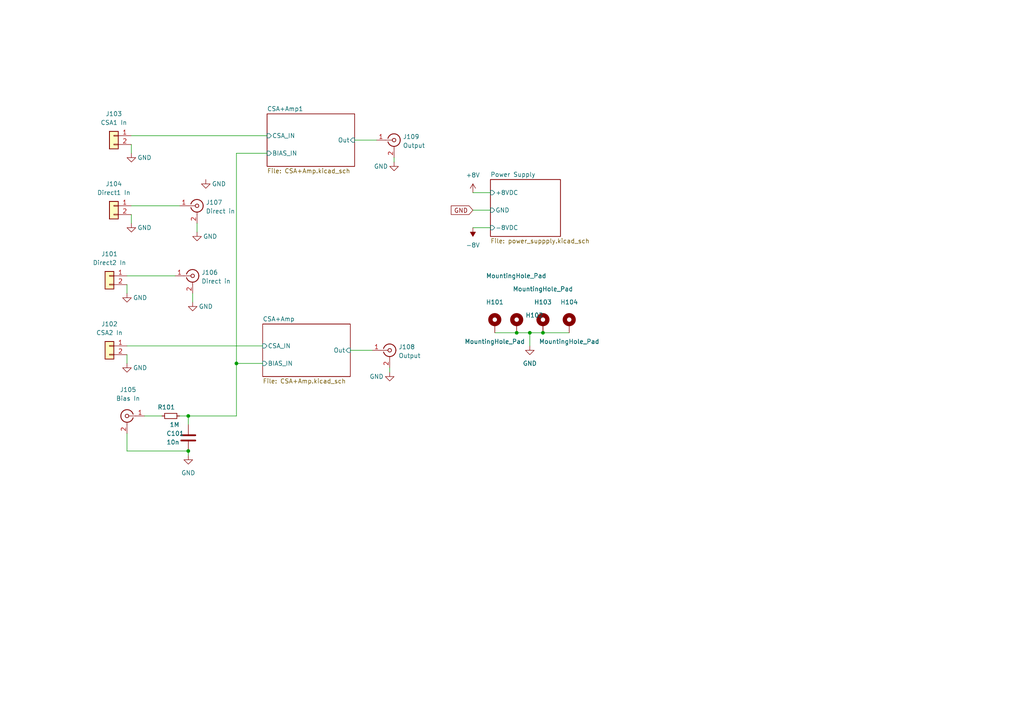
<source format=kicad_sch>
(kicad_sch (version 20230121) (generator eeschema)

  (uuid b85a0dc9-b5a8-4f61-a9c5-acbaf0f490da)

  (paper "A4")

  (lib_symbols
    (symbol "Connector:Conn_Coaxial" (pin_names (offset 1.016) hide) (in_bom yes) (on_board yes)
      (property "Reference" "J" (at 0.254 3.048 0)
        (effects (font (size 1.27 1.27)))
      )
      (property "Value" "Conn_Coaxial" (at 2.921 0 90)
        (effects (font (size 1.27 1.27)))
      )
      (property "Footprint" "" (at 0 0 0)
        (effects (font (size 1.27 1.27)) hide)
      )
      (property "Datasheet" " ~" (at 0 0 0)
        (effects (font (size 1.27 1.27)) hide)
      )
      (property "ki_keywords" "BNC SMA SMB SMC LEMO coaxial connector CINCH RCA" (at 0 0 0)
        (effects (font (size 1.27 1.27)) hide)
      )
      (property "ki_description" "coaxial connector (BNC, SMA, SMB, SMC, Cinch/RCA, LEMO, ...)" (at 0 0 0)
        (effects (font (size 1.27 1.27)) hide)
      )
      (property "ki_fp_filters" "*BNC* *SMA* *SMB* *SMC* *Cinch* *LEMO*" (at 0 0 0)
        (effects (font (size 1.27 1.27)) hide)
      )
      (symbol "Conn_Coaxial_0_1"
        (arc (start -1.778 -0.508) (mid 0.2311 -1.8066) (end 1.778 0)
          (stroke (width 0.254) (type default))
          (fill (type none))
        )
        (polyline
          (pts
            (xy -2.54 0)
            (xy -0.508 0)
          )
          (stroke (width 0) (type default))
          (fill (type none))
        )
        (polyline
          (pts
            (xy 0 -2.54)
            (xy 0 -1.778)
          )
          (stroke (width 0) (type default))
          (fill (type none))
        )
        (circle (center 0 0) (radius 0.508)
          (stroke (width 0.2032) (type default))
          (fill (type none))
        )
        (arc (start 1.778 0) (mid 0.2099 1.8101) (end -1.778 0.508)
          (stroke (width 0.254) (type default))
          (fill (type none))
        )
      )
      (symbol "Conn_Coaxial_1_1"
        (pin passive line (at -5.08 0 0) (length 2.54)
          (name "In" (effects (font (size 1.27 1.27))))
          (number "1" (effects (font (size 1.27 1.27))))
        )
        (pin passive line (at 0 -5.08 90) (length 2.54)
          (name "Ext" (effects (font (size 1.27 1.27))))
          (number "2" (effects (font (size 1.27 1.27))))
        )
      )
    )
    (symbol "Connector_Generic:Conn_01x02" (pin_names (offset 1.016) hide) (in_bom yes) (on_board yes)
      (property "Reference" "J" (at 0 2.54 0)
        (effects (font (size 1.27 1.27)))
      )
      (property "Value" "Conn_01x02" (at 0 -5.08 0)
        (effects (font (size 1.27 1.27)))
      )
      (property "Footprint" "" (at 0 0 0)
        (effects (font (size 1.27 1.27)) hide)
      )
      (property "Datasheet" "~" (at 0 0 0)
        (effects (font (size 1.27 1.27)) hide)
      )
      (property "ki_keywords" "connector" (at 0 0 0)
        (effects (font (size 1.27 1.27)) hide)
      )
      (property "ki_description" "Generic connector, single row, 01x02, script generated (kicad-library-utils/schlib/autogen/connector/)" (at 0 0 0)
        (effects (font (size 1.27 1.27)) hide)
      )
      (property "ki_fp_filters" "Connector*:*_1x??_*" (at 0 0 0)
        (effects (font (size 1.27 1.27)) hide)
      )
      (symbol "Conn_01x02_1_1"
        (rectangle (start -1.27 -2.413) (end 0 -2.667)
          (stroke (width 0.1524) (type default))
          (fill (type none))
        )
        (rectangle (start -1.27 0.127) (end 0 -0.127)
          (stroke (width 0.1524) (type default))
          (fill (type none))
        )
        (rectangle (start -1.27 1.27) (end 1.27 -3.81)
          (stroke (width 0.254) (type default))
          (fill (type background))
        )
        (pin passive line (at -5.08 0 0) (length 3.81)
          (name "Pin_1" (effects (font (size 1.27 1.27))))
          (number "1" (effects (font (size 1.27 1.27))))
        )
        (pin passive line (at -5.08 -2.54 0) (length 3.81)
          (name "Pin_2" (effects (font (size 1.27 1.27))))
          (number "2" (effects (font (size 1.27 1.27))))
        )
      )
    )
    (symbol "Device:C" (pin_numbers hide) (pin_names (offset 0.254)) (in_bom yes) (on_board yes)
      (property "Reference" "C" (at 0.635 2.54 0)
        (effects (font (size 1.27 1.27)) (justify left))
      )
      (property "Value" "C" (at 0.635 -2.54 0)
        (effects (font (size 1.27 1.27)) (justify left))
      )
      (property "Footprint" "" (at 0.9652 -3.81 0)
        (effects (font (size 1.27 1.27)) hide)
      )
      (property "Datasheet" "~" (at 0 0 0)
        (effects (font (size 1.27 1.27)) hide)
      )
      (property "ki_keywords" "cap capacitor" (at 0 0 0)
        (effects (font (size 1.27 1.27)) hide)
      )
      (property "ki_description" "Unpolarized capacitor" (at 0 0 0)
        (effects (font (size 1.27 1.27)) hide)
      )
      (property "ki_fp_filters" "C_*" (at 0 0 0)
        (effects (font (size 1.27 1.27)) hide)
      )
      (symbol "C_0_1"
        (polyline
          (pts
            (xy -2.032 -0.762)
            (xy 2.032 -0.762)
          )
          (stroke (width 0.508) (type default))
          (fill (type none))
        )
        (polyline
          (pts
            (xy -2.032 0.762)
            (xy 2.032 0.762)
          )
          (stroke (width 0.508) (type default))
          (fill (type none))
        )
      )
      (symbol "C_1_1"
        (pin passive line (at 0 3.81 270) (length 2.794)
          (name "~" (effects (font (size 1.27 1.27))))
          (number "1" (effects (font (size 1.27 1.27))))
        )
        (pin passive line (at 0 -3.81 90) (length 2.794)
          (name "~" (effects (font (size 1.27 1.27))))
          (number "2" (effects (font (size 1.27 1.27))))
        )
      )
    )
    (symbol "Device:R_Small" (pin_numbers hide) (pin_names (offset 0.254) hide) (in_bom yes) (on_board yes)
      (property "Reference" "R" (at 0.762 0.508 0)
        (effects (font (size 1.27 1.27)) (justify left))
      )
      (property "Value" "R_Small" (at 0.762 -1.016 0)
        (effects (font (size 1.27 1.27)) (justify left))
      )
      (property "Footprint" "" (at 0 0 0)
        (effects (font (size 1.27 1.27)) hide)
      )
      (property "Datasheet" "~" (at 0 0 0)
        (effects (font (size 1.27 1.27)) hide)
      )
      (property "ki_keywords" "R resistor" (at 0 0 0)
        (effects (font (size 1.27 1.27)) hide)
      )
      (property "ki_description" "Resistor, small symbol" (at 0 0 0)
        (effects (font (size 1.27 1.27)) hide)
      )
      (property "ki_fp_filters" "R_*" (at 0 0 0)
        (effects (font (size 1.27 1.27)) hide)
      )
      (symbol "R_Small_0_1"
        (rectangle (start -0.762 1.778) (end 0.762 -1.778)
          (stroke (width 0.2032) (type default))
          (fill (type none))
        )
      )
      (symbol "R_Small_1_1"
        (pin passive line (at 0 2.54 270) (length 0.762)
          (name "~" (effects (font (size 1.27 1.27))))
          (number "1" (effects (font (size 1.27 1.27))))
        )
        (pin passive line (at 0 -2.54 90) (length 0.762)
          (name "~" (effects (font (size 1.27 1.27))))
          (number "2" (effects (font (size 1.27 1.27))))
        )
      )
    )
    (symbol "Mechanical:MountingHole_Pad" (pin_numbers hide) (pin_names (offset 1.016) hide) (in_bom yes) (on_board yes)
      (property "Reference" "H" (at 0 6.35 0)
        (effects (font (size 1.27 1.27)))
      )
      (property "Value" "MountingHole_Pad" (at 0 4.445 0)
        (effects (font (size 1.27 1.27)))
      )
      (property "Footprint" "" (at 0 0 0)
        (effects (font (size 1.27 1.27)) hide)
      )
      (property "Datasheet" "~" (at 0 0 0)
        (effects (font (size 1.27 1.27)) hide)
      )
      (property "ki_keywords" "mounting hole" (at 0 0 0)
        (effects (font (size 1.27 1.27)) hide)
      )
      (property "ki_description" "Mounting Hole with connection" (at 0 0 0)
        (effects (font (size 1.27 1.27)) hide)
      )
      (property "ki_fp_filters" "MountingHole*Pad*" (at 0 0 0)
        (effects (font (size 1.27 1.27)) hide)
      )
      (symbol "MountingHole_Pad_0_1"
        (circle (center 0 1.27) (radius 1.27)
          (stroke (width 1.27) (type default))
          (fill (type none))
        )
      )
      (symbol "MountingHole_Pad_1_1"
        (pin input line (at 0 -2.54 90) (length 2.54)
          (name "1" (effects (font (size 1.27 1.27))))
          (number "1" (effects (font (size 1.27 1.27))))
        )
      )
    )
    (symbol "power:+8V" (power) (pin_names (offset 0)) (in_bom yes) (on_board yes)
      (property "Reference" "#PWR" (at 0 -3.81 0)
        (effects (font (size 1.27 1.27)) hide)
      )
      (property "Value" "+8V" (at 0 3.556 0)
        (effects (font (size 1.27 1.27)))
      )
      (property "Footprint" "" (at 0 0 0)
        (effects (font (size 1.27 1.27)) hide)
      )
      (property "Datasheet" "" (at 0 0 0)
        (effects (font (size 1.27 1.27)) hide)
      )
      (property "ki_keywords" "global power" (at 0 0 0)
        (effects (font (size 1.27 1.27)) hide)
      )
      (property "ki_description" "Power symbol creates a global label with name \"+8V\"" (at 0 0 0)
        (effects (font (size 1.27 1.27)) hide)
      )
      (symbol "+8V_0_1"
        (polyline
          (pts
            (xy -0.762 1.27)
            (xy 0 2.54)
          )
          (stroke (width 0) (type default))
          (fill (type none))
        )
        (polyline
          (pts
            (xy 0 0)
            (xy 0 2.54)
          )
          (stroke (width 0) (type default))
          (fill (type none))
        )
        (polyline
          (pts
            (xy 0 2.54)
            (xy 0.762 1.27)
          )
          (stroke (width 0) (type default))
          (fill (type none))
        )
      )
      (symbol "+8V_1_1"
        (pin power_in line (at 0 0 90) (length 0) hide
          (name "+8V" (effects (font (size 1.27 1.27))))
          (number "1" (effects (font (size 1.27 1.27))))
        )
      )
    )
    (symbol "power:-8V" (power) (pin_names (offset 0)) (in_bom yes) (on_board yes)
      (property "Reference" "#PWR" (at 0 2.54 0)
        (effects (font (size 1.27 1.27)) hide)
      )
      (property "Value" "-8V" (at 0 3.81 0)
        (effects (font (size 1.27 1.27)))
      )
      (property "Footprint" "" (at 0 0 0)
        (effects (font (size 1.27 1.27)) hide)
      )
      (property "Datasheet" "" (at 0 0 0)
        (effects (font (size 1.27 1.27)) hide)
      )
      (property "ki_keywords" "global power" (at 0 0 0)
        (effects (font (size 1.27 1.27)) hide)
      )
      (property "ki_description" "Power symbol creates a global label with name \"-8V\"" (at 0 0 0)
        (effects (font (size 1.27 1.27)) hide)
      )
      (symbol "-8V_0_0"
        (pin power_in line (at 0 0 90) (length 0) hide
          (name "-8V" (effects (font (size 1.27 1.27))))
          (number "1" (effects (font (size 1.27 1.27))))
        )
      )
      (symbol "-8V_0_1"
        (polyline
          (pts
            (xy 0 0)
            (xy 0 1.27)
            (xy 0.762 1.27)
            (xy 0 2.54)
            (xy -0.762 1.27)
            (xy 0 1.27)
          )
          (stroke (width 0) (type default))
          (fill (type outline))
        )
      )
    )
    (symbol "power:GND" (power) (pin_names (offset 0)) (in_bom yes) (on_board yes)
      (property "Reference" "#PWR" (at 0 -6.35 0)
        (effects (font (size 1.27 1.27)) hide)
      )
      (property "Value" "GND" (at 0 -3.81 0)
        (effects (font (size 1.27 1.27)))
      )
      (property "Footprint" "" (at 0 0 0)
        (effects (font (size 1.27 1.27)) hide)
      )
      (property "Datasheet" "" (at 0 0 0)
        (effects (font (size 1.27 1.27)) hide)
      )
      (property "ki_keywords" "global power" (at 0 0 0)
        (effects (font (size 1.27 1.27)) hide)
      )
      (property "ki_description" "Power symbol creates a global label with name \"GND\" , ground" (at 0 0 0)
        (effects (font (size 1.27 1.27)) hide)
      )
      (symbol "GND_0_1"
        (polyline
          (pts
            (xy 0 0)
            (xy 0 -1.27)
            (xy 1.27 -1.27)
            (xy 0 -2.54)
            (xy -1.27 -1.27)
            (xy 0 -1.27)
          )
          (stroke (width 0) (type default))
          (fill (type none))
        )
      )
      (symbol "GND_1_1"
        (pin power_in line (at 0 0 270) (length 0) hide
          (name "GND" (effects (font (size 1.27 1.27))))
          (number "1" (effects (font (size 1.27 1.27))))
        )
      )
    )
  )

  (junction (at 54.61 120.65) (diameter 0) (color 0 0 0 0)
    (uuid 4c904cce-334b-471d-aea7-a765090e9d80)
  )
  (junction (at 149.86 96.52) (diameter 0) (color 0 0 0 0)
    (uuid 64af1d39-f9be-4be2-af55-0b9238adca45)
  )
  (junction (at 68.58 105.41) (diameter 0) (color 0 0 0 0)
    (uuid 93fd6ffe-dde6-4819-a9b7-0a8333d9cb59)
  )
  (junction (at 153.67 96.52) (diameter 0) (color 0 0 0 0)
    (uuid 9f9d4181-0b29-4657-bf84-9fef6be4d2cc)
  )
  (junction (at 54.61 130.81) (diameter 0) (color 0 0 0 0)
    (uuid b8af28e1-3c00-42a7-aaad-6b9d59c6926f)
  )
  (junction (at 157.48 96.52) (diameter 0) (color 0 0 0 0)
    (uuid eb4a2710-e909-4179-a436-cb3d670acaa5)
  )

  (wire (pts (xy 143.51 96.52) (xy 149.86 96.52))
    (stroke (width 0) (type default))
    (uuid 142a1451-afd5-47b3-8499-dcfcc4235c61)
  )
  (wire (pts (xy 102.87 40.64) (xy 109.22 40.64))
    (stroke (width 0) (type default))
    (uuid 1af63587-5bbb-4c0c-ab17-09372181a860)
  )
  (wire (pts (xy 77.47 44.45) (xy 68.58 44.45))
    (stroke (width 0) (type default))
    (uuid 1d1098b3-3e45-4a1c-b27c-2a133856f5c0)
  )
  (wire (pts (xy 114.3 46.99) (xy 114.3 45.72))
    (stroke (width 0) (type default))
    (uuid 1eb34185-94bb-4ab8-ae01-c662f3922e7b)
  )
  (wire (pts (xy 137.16 60.96) (xy 142.24 60.96))
    (stroke (width 0) (type default))
    (uuid 24ea12fb-209a-4b40-ab86-8cee67ff2617)
  )
  (wire (pts (xy 149.86 96.52) (xy 153.67 96.52))
    (stroke (width 0) (type default))
    (uuid 3b6e8ab2-a5d8-4110-b2bb-08a699f51121)
  )
  (wire (pts (xy 41.91 120.65) (xy 46.99 120.65))
    (stroke (width 0) (type default))
    (uuid 3bb7c88b-da89-4908-a2bd-1fc6b47689ed)
  )
  (wire (pts (xy 137.16 55.88) (xy 142.24 55.88))
    (stroke (width 0) (type default))
    (uuid 4d7c5e79-b008-4458-adda-0fdb57f36dd6)
  )
  (wire (pts (xy 38.1 39.37) (xy 77.47 39.37))
    (stroke (width 0) (type default))
    (uuid 4df539f3-2978-4095-a330-cdc9ae454fa6)
  )
  (wire (pts (xy 36.83 82.55) (xy 36.83 85.09))
    (stroke (width 0) (type default))
    (uuid 53d06069-5fb3-4f5f-82f3-f6c7956eae42)
  )
  (wire (pts (xy 54.61 123.19) (xy 54.61 120.65))
    (stroke (width 0) (type default))
    (uuid 53d10630-b0da-4b88-a88e-3c5eb94291d9)
  )
  (wire (pts (xy 54.61 130.81) (xy 54.61 132.08))
    (stroke (width 0) (type default))
    (uuid 57017e15-5d3e-4bbf-b708-71a13f78eae8)
  )
  (wire (pts (xy 68.58 44.45) (xy 68.58 105.41))
    (stroke (width 0) (type default))
    (uuid 5a4ebf1c-bcbc-4a3e-8edf-b3b4cbdaf8bd)
  )
  (wire (pts (xy 36.83 100.33) (xy 76.2 100.33))
    (stroke (width 0) (type default))
    (uuid 5cf41d24-7d58-4213-b542-cef582511072)
  )
  (wire (pts (xy 38.1 62.23) (xy 38.1 64.77))
    (stroke (width 0) (type default))
    (uuid 5ea0280c-6fac-4505-b952-fd8755dd68e9)
  )
  (wire (pts (xy 153.67 96.52) (xy 157.48 96.52))
    (stroke (width 0) (type default))
    (uuid 653b3427-6e90-4bf8-8771-b353be262935)
  )
  (wire (pts (xy 137.16 66.04) (xy 142.24 66.04))
    (stroke (width 0) (type default))
    (uuid 65a8abb5-95d7-42f5-b9cb-b7e4e53af737)
  )
  (wire (pts (xy 101.6 101.6) (xy 107.95 101.6))
    (stroke (width 0) (type default))
    (uuid 8a3374e1-875f-4890-a4df-1b68e3740547)
  )
  (wire (pts (xy 68.58 105.41) (xy 76.2 105.41))
    (stroke (width 0) (type default))
    (uuid 91fab4d2-357a-4660-9f8d-6bac2f034855)
  )
  (wire (pts (xy 38.1 41.91) (xy 38.1 44.45))
    (stroke (width 0) (type default))
    (uuid 94840e4f-34e8-45ae-9f7c-dea41551df87)
  )
  (wire (pts (xy 36.83 125.73) (xy 36.83 130.81))
    (stroke (width 0) (type default))
    (uuid 9e9fd1c1-9f4e-40f1-9617-8b3cf0d24097)
  )
  (wire (pts (xy 52.07 120.65) (xy 54.61 120.65))
    (stroke (width 0) (type default))
    (uuid a4288ad3-6a0a-4bd3-ab2d-b91f266f4583)
  )
  (wire (pts (xy 38.1 59.69) (xy 52.07 59.69))
    (stroke (width 0) (type default))
    (uuid b3321f81-ca6c-4359-9eb4-744534f37fa9)
  )
  (wire (pts (xy 36.83 102.87) (xy 36.83 105.41))
    (stroke (width 0) (type default))
    (uuid b36253cc-43c3-4786-9dd4-cc4471fa32e6)
  )
  (wire (pts (xy 68.58 120.65) (xy 68.58 105.41))
    (stroke (width 0) (type default))
    (uuid bb9f97d6-3f22-4d40-8c9c-48efc187e030)
  )
  (wire (pts (xy 54.61 120.65) (xy 68.58 120.65))
    (stroke (width 0) (type default))
    (uuid bbf8d65a-1bd2-47ed-a4a3-123a2606fa95)
  )
  (wire (pts (xy 153.67 96.52) (xy 153.67 100.33))
    (stroke (width 0) (type default))
    (uuid bec47d21-a60a-415c-89ae-1277cf8052e5)
  )
  (wire (pts (xy 36.83 80.01) (xy 50.8 80.01))
    (stroke (width 0) (type default))
    (uuid c0fc8ac5-7fd7-4ea9-bbdd-4ff9acce38a5)
  )
  (wire (pts (xy 57.15 64.77) (xy 57.15 67.31))
    (stroke (width 0) (type default))
    (uuid c268a287-d02b-4716-9e41-5ea61b04f32e)
  )
  (wire (pts (xy 55.88 85.09) (xy 55.88 87.63))
    (stroke (width 0) (type default))
    (uuid c926a29c-ddfc-47d2-91ca-2fdef0ad0653)
  )
  (wire (pts (xy 157.48 96.52) (xy 165.1 96.52))
    (stroke (width 0) (type default))
    (uuid e26f85bd-7b0c-40cb-bc3b-c9b68af8d549)
  )
  (wire (pts (xy 113.03 107.95) (xy 113.03 106.68))
    (stroke (width 0) (type default))
    (uuid eceeb3d0-589a-4f59-bfc6-72c1ab83b382)
  )
  (wire (pts (xy 36.83 130.81) (xy 54.61 130.81))
    (stroke (width 0) (type default))
    (uuid f01dce7a-441d-4c0d-a563-6be39e2fd335)
  )

  (global_label "GND" (shape input) (at 137.16 60.96 180) (fields_autoplaced)
    (effects (font (size 1.27 1.27)) (justify right))
    (uuid b96d934f-dc1f-4745-89ac-17d78a649280)
    (property "Intersheetrefs" "${INTERSHEET_REFS}" (at 130.8764 60.8806 0)
      (effects (font (size 1.27 1.27)) (justify right) hide)
    )
  )

  (symbol (lib_id "Connector:Conn_Coaxial") (at 55.88 80.01 0) (unit 1)
    (in_bom yes) (on_board yes) (dnp no) (fields_autoplaced)
    (uuid 0388a301-bb48-4579-858e-cf2897d6b6de)
    (property "Reference" "J106" (at 58.42 79.0331 0)
      (effects (font (size 1.27 1.27)) (justify left))
    )
    (property "Value" "Direct in" (at 58.42 81.5731 0)
      (effects (font (size 1.27 1.27)) (justify left))
    )
    (property "Footprint" "Connector_Coaxial:SMA_Amphenol_132203-12_Horizontal" (at 55.88 80.01 0)
      (effects (font (size 1.27 1.27)) hide)
    )
    (property "Datasheet" " ~" (at 55.88 80.01 0)
      (effects (font (size 1.27 1.27)) hide)
    )
    (property "Digikey" "" (at 55.88 80.01 0)
      (effects (font (size 1.27 1.27)) hide)
    )
    (property "Mouser" "712-CONSMA002-L-G " (at 55.88 80.01 0)
      (effects (font (size 1.27 1.27)) hide)
    )
    (pin "1" (uuid 3ae8bb3b-ac6c-44cf-82bc-3035cce9fda6))
    (pin "2" (uuid e75f6ac4-6a6d-4199-b5db-5b9731986835))
    (instances
      (project "Dual-CSA+Amplifier"
        (path "/b85a0dc9-b5a8-4f61-a9c5-acbaf0f490da"
          (reference "J106") (unit 1)
        )
      )
    )
  )

  (symbol (lib_id "Connector:Conn_Coaxial") (at 113.03 101.6 0) (unit 1)
    (in_bom yes) (on_board yes) (dnp no) (fields_autoplaced)
    (uuid 0da83d3e-b1ab-483f-a02f-01b90c3f43d5)
    (property "Reference" "J108" (at 115.57 100.6231 0)
      (effects (font (size 1.27 1.27)) (justify left))
    )
    (property "Value" "Output" (at 115.57 103.1631 0)
      (effects (font (size 1.27 1.27)) (justify left))
    )
    (property "Footprint" "Connector_Coaxial:SMA_Amphenol_132203-12_Horizontal" (at 113.03 101.6 0)
      (effects (font (size 1.27 1.27)) hide)
    )
    (property "Datasheet" " ~" (at 113.03 101.6 0)
      (effects (font (size 1.27 1.27)) hide)
    )
    (property "Digikey" "" (at 113.03 101.6 0)
      (effects (font (size 1.27 1.27)) hide)
    )
    (property "Mouser" "712-CONSMA002-L-G " (at 113.03 101.6 0)
      (effects (font (size 1.27 1.27)) hide)
    )
    (pin "1" (uuid 4f5c0bb5-580c-4366-ba9b-72f86f504ad2))
    (pin "2" (uuid 30cd16a0-21ab-449e-817f-990b4512ab5a))
    (instances
      (project "Dual-CSA+Amplifier"
        (path "/b85a0dc9-b5a8-4f61-a9c5-acbaf0f490da"
          (reference "J108") (unit 1)
        )
      )
    )
  )

  (symbol (lib_id "power:GND") (at 54.61 132.08 0) (unit 1)
    (in_bom yes) (on_board yes) (dnp no) (fields_autoplaced)
    (uuid 1589af3c-8a1c-4122-aafe-5b9f4f51c5ef)
    (property "Reference" "#PWR0105" (at 54.61 138.43 0)
      (effects (font (size 1.27 1.27)) hide)
    )
    (property "Value" "GND" (at 54.61 137.16 0)
      (effects (font (size 1.27 1.27)))
    )
    (property "Footprint" "" (at 54.61 132.08 0)
      (effects (font (size 1.27 1.27)) hide)
    )
    (property "Datasheet" "" (at 54.61 132.08 0)
      (effects (font (size 1.27 1.27)) hide)
    )
    (pin "1" (uuid 722dcd12-d179-480e-86ba-c38b2104d40e))
    (instances
      (project "Dual-CSA+Amplifier"
        (path "/b85a0dc9-b5a8-4f61-a9c5-acbaf0f490da"
          (reference "#PWR0105") (unit 1)
        )
      )
    )
  )

  (symbol (lib_id "power:GND") (at 57.15 67.31 0) (mirror y) (unit 1)
    (in_bom yes) (on_board yes) (dnp no)
    (uuid 3056a5db-fb5f-4623-928b-f645212ed1a8)
    (property "Reference" "#PWR0107" (at 57.15 73.66 0)
      (effects (font (size 1.27 1.27)) hide)
    )
    (property "Value" "GND" (at 60.96 68.58 0)
      (effects (font (size 1.27 1.27)))
    )
    (property "Footprint" "" (at 57.15 67.31 0)
      (effects (font (size 1.27 1.27)) hide)
    )
    (property "Datasheet" "" (at 57.15 67.31 0)
      (effects (font (size 1.27 1.27)) hide)
    )
    (pin "1" (uuid 5458704b-e088-4f66-990a-c3abdbeba6ae))
    (instances
      (project "Dual-CSA+Amplifier"
        (path "/b85a0dc9-b5a8-4f61-a9c5-acbaf0f490da"
          (reference "#PWR0107") (unit 1)
        )
      )
    )
  )

  (symbol (lib_id "power:GND") (at 38.1 64.77 0) (mirror y) (unit 1)
    (in_bom yes) (on_board yes) (dnp no)
    (uuid 332b0e5c-d703-4c41-9b1d-a1e9283f8e38)
    (property "Reference" "#PWR0104" (at 38.1 71.12 0)
      (effects (font (size 1.27 1.27)) hide)
    )
    (property "Value" "GND" (at 41.91 66.04 0)
      (effects (font (size 1.27 1.27)))
    )
    (property "Footprint" "" (at 38.1 64.77 0)
      (effects (font (size 1.27 1.27)) hide)
    )
    (property "Datasheet" "" (at 38.1 64.77 0)
      (effects (font (size 1.27 1.27)) hide)
    )
    (pin "1" (uuid ddc41db2-d313-4572-b782-5c2766594c5a))
    (instances
      (project "Dual-CSA+Amplifier"
        (path "/b85a0dc9-b5a8-4f61-a9c5-acbaf0f490da"
          (reference "#PWR0104") (unit 1)
        )
      )
    )
  )

  (symbol (lib_id "power:GND") (at 36.83 105.41 0) (mirror y) (unit 1)
    (in_bom yes) (on_board yes) (dnp no)
    (uuid 335528af-df99-4781-bf78-62250f9b1d33)
    (property "Reference" "#PWR0102" (at 36.83 111.76 0)
      (effects (font (size 1.27 1.27)) hide)
    )
    (property "Value" "GND" (at 40.64 106.68 0)
      (effects (font (size 1.27 1.27)))
    )
    (property "Footprint" "" (at 36.83 105.41 0)
      (effects (font (size 1.27 1.27)) hide)
    )
    (property "Datasheet" "" (at 36.83 105.41 0)
      (effects (font (size 1.27 1.27)) hide)
    )
    (pin "1" (uuid 4dc7b7b2-30ee-4414-bcd4-cce4078b36ca))
    (instances
      (project "Dual-CSA+Amplifier"
        (path "/b85a0dc9-b5a8-4f61-a9c5-acbaf0f490da"
          (reference "#PWR0102") (unit 1)
        )
      )
    )
  )

  (symbol (lib_id "Connector:Conn_Coaxial") (at 36.83 120.65 0) (mirror y) (unit 1)
    (in_bom yes) (on_board yes) (dnp no) (fields_autoplaced)
    (uuid 4e27e17b-452e-4baa-a155-afb6718c09b3)
    (property "Reference" "J105" (at 37.1474 113.03 0)
      (effects (font (size 1.27 1.27)))
    )
    (property "Value" "Bias In" (at 37.1474 115.57 0)
      (effects (font (size 1.27 1.27)))
    )
    (property "Footprint" "Connector_Coaxial:SMA_Amphenol_132203-12_Horizontal" (at 36.83 120.65 0)
      (effects (font (size 1.27 1.27)) hide)
    )
    (property "Datasheet" " ~" (at 36.83 120.65 0)
      (effects (font (size 1.27 1.27)) hide)
    )
    (property "Digikey" "" (at 36.83 120.65 0)
      (effects (font (size 1.27 1.27)) hide)
    )
    (property "Mouser" "712-CONSMA002-L-G " (at 36.83 120.65 0)
      (effects (font (size 1.27 1.27)) hide)
    )
    (pin "1" (uuid 3052ad40-27f3-4533-895e-605fd8cdc90b))
    (pin "2" (uuid 7d11ca53-2327-4f2e-892b-4c2d09f061a0))
    (instances
      (project "Dual-CSA+Amplifier"
        (path "/b85a0dc9-b5a8-4f61-a9c5-acbaf0f490da"
          (reference "J105") (unit 1)
        )
      )
    )
  )

  (symbol (lib_id "Device:R_Small") (at 49.53 120.65 270) (unit 1)
    (in_bom yes) (on_board yes) (dnp no)
    (uuid 5f6b2528-a50e-4f82-82d3-d2029f3e413a)
    (property "Reference" "R101" (at 50.8 118.11 90)
      (effects (font (size 1.27 1.27)) (justify right))
    )
    (property "Value" "1M" (at 52.07 123.19 90)
      (effects (font (size 1.27 1.27)) (justify right))
    )
    (property "Footprint" "Resistor_SMD:R_0805_2012Metric_Pad1.20x1.40mm_HandSolder" (at 49.53 120.65 0)
      (effects (font (size 1.27 1.27)) hide)
    )
    (property "Datasheet" "~" (at 49.53 120.65 0)
      (effects (font (size 1.27 1.27)) hide)
    )
    (property "Mouser" "667-ERJ-S06F1005V " (at 49.53 120.65 0)
      (effects (font (size 1.27 1.27)) hide)
    )
    (pin "1" (uuid 5a328c26-22d1-4d4d-a18c-16ba5f3cb81c))
    (pin "2" (uuid 853bca1c-5bc4-441f-96ed-6164a44d0c27))
    (instances
      (project "Dual-CSA+Amplifier"
        (path "/b85a0dc9-b5a8-4f61-a9c5-acbaf0f490da"
          (reference "R101") (unit 1)
        )
      )
    )
  )

  (symbol (lib_id "power:+8V") (at 137.16 55.88 0) (unit 1)
    (in_bom yes) (on_board yes) (dnp no) (fields_autoplaced)
    (uuid 644dd98e-575d-4105-83c8-16b291ba74c6)
    (property "Reference" "#PWR0111" (at 137.16 59.69 0)
      (effects (font (size 1.27 1.27)) hide)
    )
    (property "Value" "+8V" (at 137.16 50.8 0)
      (effects (font (size 1.27 1.27)))
    )
    (property "Footprint" "" (at 137.16 55.88 0)
      (effects (font (size 1.27 1.27)) hide)
    )
    (property "Datasheet" "" (at 137.16 55.88 0)
      (effects (font (size 1.27 1.27)) hide)
    )
    (pin "1" (uuid 3b88ec2f-aac1-4c76-bf8c-4ac1bf7195cc))
    (instances
      (project "Dual-CSA+Amplifier"
        (path "/b85a0dc9-b5a8-4f61-a9c5-acbaf0f490da"
          (reference "#PWR0111") (unit 1)
        )
      )
    )
  )

  (symbol (lib_id "power:GND") (at 38.1 44.45 0) (mirror y) (unit 1)
    (in_bom yes) (on_board yes) (dnp no)
    (uuid 66eec0d6-8d10-4fa8-9798-fae155402b2d)
    (property "Reference" "#PWR0103" (at 38.1 50.8 0)
      (effects (font (size 1.27 1.27)) hide)
    )
    (property "Value" "GND" (at 41.91 45.72 0)
      (effects (font (size 1.27 1.27)))
    )
    (property "Footprint" "" (at 38.1 44.45 0)
      (effects (font (size 1.27 1.27)) hide)
    )
    (property "Datasheet" "" (at 38.1 44.45 0)
      (effects (font (size 1.27 1.27)) hide)
    )
    (pin "1" (uuid 736e6aa3-3a45-4af4-93fe-7609628945ef))
    (instances
      (project "Dual-CSA+Amplifier"
        (path "/b85a0dc9-b5a8-4f61-a9c5-acbaf0f490da"
          (reference "#PWR0103") (unit 1)
        )
      )
    )
  )

  (symbol (lib_id "Mechanical:MountingHole_Pad") (at 143.51 93.98 0) (unit 1)
    (in_bom yes) (on_board yes) (dnp no)
    (uuid 6a27339d-f8a4-45e1-82d3-9a1fdb4fcf5f)
    (property "Reference" "H101" (at 143.51 87.63 0)
      (effects (font (size 1.27 1.27)))
    )
    (property "Value" "MountingHole_Pad" (at 143.51 99.06 0)
      (effects (font (size 1.27 1.27)))
    )
    (property "Footprint" "MountingHole:MountingHole_2.7mm_M2.5_DIN965_Pad_TopBottom" (at 143.51 93.98 0)
      (effects (font (size 1.27 1.27)) hide)
    )
    (property "Datasheet" "~" (at 143.51 93.98 0)
      (effects (font (size 1.27 1.27)) hide)
    )
    (pin "1" (uuid b287f7ea-fbc9-4f99-aa39-506263e43910))
    (instances
      (project "Dual-CSA+Amplifier"
        (path "/b85a0dc9-b5a8-4f61-a9c5-acbaf0f490da"
          (reference "H101") (unit 1)
        )
      )
    )
  )

  (symbol (lib_id "Connector_Generic:Conn_01x02") (at 31.75 100.33 0) (mirror y) (unit 1)
    (in_bom yes) (on_board yes) (dnp no) (fields_autoplaced)
    (uuid 836d0791-cb6d-43b1-b97b-2cb0df2843ed)
    (property "Reference" "J102" (at 31.75 93.98 0)
      (effects (font (size 1.27 1.27)))
    )
    (property "Value" "CSA2 In" (at 31.75 96.52 0)
      (effects (font (size 1.27 1.27)))
    )
    (property "Footprint" "Connector_PinHeader_2.54mm:PinHeader_1x02_P2.54mm_Vertical" (at 31.75 100.33 0)
      (effects (font (size 1.27 1.27)) hide)
    )
    (property "Datasheet" "~" (at 31.75 100.33 0)
      (effects (font (size 1.27 1.27)) hide)
    )
    (pin "1" (uuid 4c67e0ec-0011-416c-a902-c283af8b5007))
    (pin "2" (uuid 4f156824-fa26-4791-9708-8f78bcc31b29))
    (instances
      (project "Dual-CSA+Amplifier"
        (path "/b85a0dc9-b5a8-4f61-a9c5-acbaf0f490da"
          (reference "J102") (unit 1)
        )
      )
    )
  )

  (symbol (lib_id "power:GND") (at 113.03 107.95 0) (unit 1)
    (in_bom yes) (on_board yes) (dnp no)
    (uuid 8cb5f5e0-6703-4e01-8d92-5e7d09c11e96)
    (property "Reference" "#PWR0109" (at 113.03 114.3 0)
      (effects (font (size 1.27 1.27)) hide)
    )
    (property "Value" "GND" (at 109.22 109.22 0)
      (effects (font (size 1.27 1.27)))
    )
    (property "Footprint" "" (at 113.03 107.95 0)
      (effects (font (size 1.27 1.27)) hide)
    )
    (property "Datasheet" "" (at 113.03 107.95 0)
      (effects (font (size 1.27 1.27)) hide)
    )
    (pin "1" (uuid d05a61b1-aea1-403b-92a0-5abd41b06cb8))
    (instances
      (project "Dual-CSA+Amplifier"
        (path "/b85a0dc9-b5a8-4f61-a9c5-acbaf0f490da"
          (reference "#PWR0109") (unit 1)
        )
      )
    )
  )

  (symbol (lib_id "Mechanical:MountingHole_Pad") (at 157.48 93.98 0) (unit 1)
    (in_bom yes) (on_board yes) (dnp no)
    (uuid 8fa501a6-4a46-469b-aef8-007e3af843ee)
    (property "Reference" "H103" (at 157.48 87.63 0)
      (effects (font (size 1.27 1.27)))
    )
    (property "Value" "MountingHole_Pad" (at 157.48 83.82 0)
      (effects (font (size 1.27 1.27)))
    )
    (property "Footprint" "MountingHole:MountingHole_2.7mm_M2.5_DIN965_Pad_TopBottom" (at 157.48 93.98 0)
      (effects (font (size 1.27 1.27)) hide)
    )
    (property "Datasheet" "~" (at 157.48 93.98 0)
      (effects (font (size 1.27 1.27)) hide)
    )
    (pin "1" (uuid b0568a22-a9dc-4aac-b8ff-308d540e0ac1))
    (instances
      (project "Dual-CSA+Amplifier"
        (path "/b85a0dc9-b5a8-4f61-a9c5-acbaf0f490da"
          (reference "H103") (unit 1)
        )
      )
    )
  )

  (symbol (lib_id "Connector:Conn_Coaxial") (at 114.3 40.64 0) (unit 1)
    (in_bom yes) (on_board yes) (dnp no) (fields_autoplaced)
    (uuid 91de759a-8ac4-4dbc-bb1b-19ce3078be6f)
    (property "Reference" "J109" (at 116.84 39.6631 0)
      (effects (font (size 1.27 1.27)) (justify left))
    )
    (property "Value" "Output" (at 116.84 42.2031 0)
      (effects (font (size 1.27 1.27)) (justify left))
    )
    (property "Footprint" "Connector_Coaxial:SMA_Amphenol_132203-12_Horizontal" (at 114.3 40.64 0)
      (effects (font (size 1.27 1.27)) hide)
    )
    (property "Datasheet" " ~" (at 114.3 40.64 0)
      (effects (font (size 1.27 1.27)) hide)
    )
    (property "Digikey" "" (at 114.3 40.64 0)
      (effects (font (size 1.27 1.27)) hide)
    )
    (property "Mouser" "712-CONSMA002-L-G " (at 114.3 40.64 0)
      (effects (font (size 1.27 1.27)) hide)
    )
    (pin "1" (uuid da7f0680-03fc-4955-87f5-ed93377b8086))
    (pin "2" (uuid 8741660b-5bbf-4b3b-9dd8-23a36893179a))
    (instances
      (project "Dual-CSA+Amplifier"
        (path "/b85a0dc9-b5a8-4f61-a9c5-acbaf0f490da"
          (reference "J109") (unit 1)
        )
      )
    )
  )

  (symbol (lib_id "Mechanical:MountingHole_Pad") (at 149.86 93.98 0) (unit 1)
    (in_bom yes) (on_board yes) (dnp no)
    (uuid 984a95bf-ba61-42b9-a96d-348b5752aee4)
    (property "Reference" "H102" (at 152.4 91.4399 0)
      (effects (font (size 1.27 1.27)) (justify left))
    )
    (property "Value" "MountingHole_Pad" (at 140.97 80.01 0)
      (effects (font (size 1.27 1.27)) (justify left))
    )
    (property "Footprint" "MountingHole:MountingHole_2.7mm_M2.5_DIN965_Pad_TopBottom" (at 149.86 93.98 0)
      (effects (font (size 1.27 1.27)) hide)
    )
    (property "Datasheet" "~" (at 149.86 93.98 0)
      (effects (font (size 1.27 1.27)) hide)
    )
    (pin "1" (uuid 39d9551b-8663-40f3-8e70-c4c230989de9))
    (instances
      (project "Dual-CSA+Amplifier"
        (path "/b85a0dc9-b5a8-4f61-a9c5-acbaf0f490da"
          (reference "H102") (unit 1)
        )
      )
    )
  )

  (symbol (lib_id "power:GND") (at 36.83 85.09 0) (mirror y) (unit 1)
    (in_bom yes) (on_board yes) (dnp no)
    (uuid 9d57e618-6ad9-4cf4-bd7e-c383f260f6a0)
    (property "Reference" "#PWR0101" (at 36.83 91.44 0)
      (effects (font (size 1.27 1.27)) hide)
    )
    (property "Value" "GND" (at 40.64 86.36 0)
      (effects (font (size 1.27 1.27)))
    )
    (property "Footprint" "" (at 36.83 85.09 0)
      (effects (font (size 1.27 1.27)) hide)
    )
    (property "Datasheet" "" (at 36.83 85.09 0)
      (effects (font (size 1.27 1.27)) hide)
    )
    (pin "1" (uuid 11df8f86-cc07-496c-a91b-02d61ecd0e5d))
    (instances
      (project "Dual-CSA+Amplifier"
        (path "/b85a0dc9-b5a8-4f61-a9c5-acbaf0f490da"
          (reference "#PWR0101") (unit 1)
        )
      )
    )
  )

  (symbol (lib_id "power:GND") (at 59.69 52.07 0) (mirror y) (unit 1)
    (in_bom yes) (on_board yes) (dnp no)
    (uuid ac0b20ab-f34f-443a-8cd8-6e40d5798f41)
    (property "Reference" "#PWR0108" (at 59.69 58.42 0)
      (effects (font (size 1.27 1.27)) hide)
    )
    (property "Value" "GND" (at 63.5 53.34 0)
      (effects (font (size 1.27 1.27)))
    )
    (property "Footprint" "" (at 59.69 52.07 0)
      (effects (font (size 1.27 1.27)) hide)
    )
    (property "Datasheet" "" (at 59.69 52.07 0)
      (effects (font (size 1.27 1.27)) hide)
    )
    (pin "1" (uuid 693b6232-f3b8-4a0c-8ed0-27286d8d9de5))
    (instances
      (project "Dual-CSA+Amplifier"
        (path "/b85a0dc9-b5a8-4f61-a9c5-acbaf0f490da"
          (reference "#PWR0108") (unit 1)
        )
      )
    )
  )

  (symbol (lib_id "Connector:Conn_Coaxial") (at 57.15 59.69 0) (unit 1)
    (in_bom yes) (on_board yes) (dnp no) (fields_autoplaced)
    (uuid b4b1a393-87e3-4863-bcc7-860d1f1ea1bc)
    (property "Reference" "J107" (at 59.69 58.7131 0)
      (effects (font (size 1.27 1.27)) (justify left))
    )
    (property "Value" "Direct in" (at 59.69 61.2531 0)
      (effects (font (size 1.27 1.27)) (justify left))
    )
    (property "Footprint" "Connector_Coaxial:SMA_Amphenol_132203-12_Horizontal" (at 57.15 59.69 0)
      (effects (font (size 1.27 1.27)) hide)
    )
    (property "Datasheet" " ~" (at 57.15 59.69 0)
      (effects (font (size 1.27 1.27)) hide)
    )
    (property "Digikey" "" (at 57.15 59.69 0)
      (effects (font (size 1.27 1.27)) hide)
    )
    (property "Mouser" "712-CONSMA002-L-G " (at 57.15 59.69 0)
      (effects (font (size 1.27 1.27)) hide)
    )
    (pin "1" (uuid 9689830d-1259-423d-a1e3-0760739b5d88))
    (pin "2" (uuid de7dfaf0-b2e9-42a5-9dbd-cc357cb675c2))
    (instances
      (project "Dual-CSA+Amplifier"
        (path "/b85a0dc9-b5a8-4f61-a9c5-acbaf0f490da"
          (reference "J107") (unit 1)
        )
      )
    )
  )

  (symbol (lib_id "power:GND") (at 55.88 87.63 0) (mirror y) (unit 1)
    (in_bom yes) (on_board yes) (dnp no)
    (uuid b927959b-3b90-422d-abc7-1404dd383ea3)
    (property "Reference" "#PWR0106" (at 55.88 93.98 0)
      (effects (font (size 1.27 1.27)) hide)
    )
    (property "Value" "GND" (at 59.69 88.9 0)
      (effects (font (size 1.27 1.27)))
    )
    (property "Footprint" "" (at 55.88 87.63 0)
      (effects (font (size 1.27 1.27)) hide)
    )
    (property "Datasheet" "" (at 55.88 87.63 0)
      (effects (font (size 1.27 1.27)) hide)
    )
    (pin "1" (uuid 734328ec-a8e4-47e5-bbe3-a9cb376b528c))
    (instances
      (project "Dual-CSA+Amplifier"
        (path "/b85a0dc9-b5a8-4f61-a9c5-acbaf0f490da"
          (reference "#PWR0106") (unit 1)
        )
      )
    )
  )

  (symbol (lib_id "power:GND") (at 153.67 100.33 0) (unit 1)
    (in_bom yes) (on_board yes) (dnp no) (fields_autoplaced)
    (uuid c81ea5b3-807f-4cea-a050-f94f20adf652)
    (property "Reference" "#PWR0113" (at 153.67 106.68 0)
      (effects (font (size 1.27 1.27)) hide)
    )
    (property "Value" "GND" (at 153.67 105.41 0)
      (effects (font (size 1.27 1.27)))
    )
    (property "Footprint" "" (at 153.67 100.33 0)
      (effects (font (size 1.27 1.27)) hide)
    )
    (property "Datasheet" "" (at 153.67 100.33 0)
      (effects (font (size 1.27 1.27)) hide)
    )
    (pin "1" (uuid 988bdb75-08b7-4d2b-b5c4-5978041f539f))
    (instances
      (project "Dual-CSA+Amplifier"
        (path "/b85a0dc9-b5a8-4f61-a9c5-acbaf0f490da"
          (reference "#PWR0113") (unit 1)
        )
      )
    )
  )

  (symbol (lib_id "power:-8V") (at 137.16 66.04 180) (unit 1)
    (in_bom yes) (on_board yes) (dnp no) (fields_autoplaced)
    (uuid cde72a3e-6e53-4e75-9329-bdd0dd2bb4a0)
    (property "Reference" "#PWR0112" (at 137.16 68.58 0)
      (effects (font (size 1.27 1.27)) hide)
    )
    (property "Value" "-8V" (at 137.16 71.12 0)
      (effects (font (size 1.27 1.27)))
    )
    (property "Footprint" "" (at 137.16 66.04 0)
      (effects (font (size 1.27 1.27)) hide)
    )
    (property "Datasheet" "" (at 137.16 66.04 0)
      (effects (font (size 1.27 1.27)) hide)
    )
    (pin "1" (uuid 40396e6d-33d5-472c-8a30-3c8f5c2ef96d))
    (instances
      (project "Dual-CSA+Amplifier"
        (path "/b85a0dc9-b5a8-4f61-a9c5-acbaf0f490da"
          (reference "#PWR0112") (unit 1)
        )
      )
    )
  )

  (symbol (lib_id "Connector_Generic:Conn_01x02") (at 31.75 80.01 0) (mirror y) (unit 1)
    (in_bom yes) (on_board yes) (dnp no) (fields_autoplaced)
    (uuid cdf81091-ac5d-4eae-8021-520526ca3a06)
    (property "Reference" "J101" (at 31.75 73.66 0)
      (effects (font (size 1.27 1.27)))
    )
    (property "Value" "Direct2 In" (at 31.75 76.2 0)
      (effects (font (size 1.27 1.27)))
    )
    (property "Footprint" "Connector_PinHeader_2.54mm:PinHeader_1x02_P2.54mm_Vertical" (at 31.75 80.01 0)
      (effects (font (size 1.27 1.27)) hide)
    )
    (property "Datasheet" "~" (at 31.75 80.01 0)
      (effects (font (size 1.27 1.27)) hide)
    )
    (pin "1" (uuid 11515ed4-077b-45ca-b880-a511355f3723))
    (pin "2" (uuid 54cd1bdd-0443-45a4-9e95-dc4af8ac9aa2))
    (instances
      (project "Dual-CSA+Amplifier"
        (path "/b85a0dc9-b5a8-4f61-a9c5-acbaf0f490da"
          (reference "J101") (unit 1)
        )
      )
    )
  )

  (symbol (lib_id "power:GND") (at 114.3 46.99 0) (unit 1)
    (in_bom yes) (on_board yes) (dnp no)
    (uuid dc129ca6-1e49-4584-8f6b-8908d208bf34)
    (property "Reference" "#PWR0110" (at 114.3 53.34 0)
      (effects (font (size 1.27 1.27)) hide)
    )
    (property "Value" "GND" (at 110.49 48.26 0)
      (effects (font (size 1.27 1.27)))
    )
    (property "Footprint" "" (at 114.3 46.99 0)
      (effects (font (size 1.27 1.27)) hide)
    )
    (property "Datasheet" "" (at 114.3 46.99 0)
      (effects (font (size 1.27 1.27)) hide)
    )
    (pin "1" (uuid 4324e631-af50-4892-9a82-8732beaa82e8))
    (instances
      (project "Dual-CSA+Amplifier"
        (path "/b85a0dc9-b5a8-4f61-a9c5-acbaf0f490da"
          (reference "#PWR0110") (unit 1)
        )
      )
    )
  )

  (symbol (lib_id "Device:C") (at 54.61 127 180) (unit 1)
    (in_bom yes) (on_board yes) (dnp no)
    (uuid dd625ebc-3990-4e14-ad0d-9c45f3e50537)
    (property "Reference" "C101" (at 48.26 125.73 0)
      (effects (font (size 1.27 1.27)) (justify right))
    )
    (property "Value" "10n" (at 48.26 128.27 0)
      (effects (font (size 1.27 1.27)) (justify right))
    )
    (property "Footprint" "Capacitor_SMD:C_1206_3216Metric_Pad1.33x1.80mm_HandSolder" (at 53.6448 123.19 0)
      (effects (font (size 1.27 1.27)) hide)
    )
    (property "Datasheet" "~" (at 54.61 127 0)
      (effects (font (size 1.27 1.27)) hide)
    )
    (property "Mouser" "80-C1206C104K3HAUTO" (at 54.61 127 0)
      (effects (font (size 1.27 1.27)) hide)
    )
    (pin "1" (uuid e956b8ef-4391-4bae-a376-fee101129f54))
    (pin "2" (uuid 559700ba-4752-422c-8f0b-021cf76b95d0))
    (instances
      (project "Dual-CSA+Amplifier"
        (path "/b85a0dc9-b5a8-4f61-a9c5-acbaf0f490da"
          (reference "C101") (unit 1)
        )
      )
    )
  )

  (symbol (lib_id "Connector_Generic:Conn_01x02") (at 33.02 39.37 0) (mirror y) (unit 1)
    (in_bom yes) (on_board yes) (dnp no) (fields_autoplaced)
    (uuid e801df7c-fdbe-47b9-8ac4-8396f3e706e5)
    (property "Reference" "J103" (at 33.02 33.02 0)
      (effects (font (size 1.27 1.27)))
    )
    (property "Value" "CSA1 In" (at 33.02 35.56 0)
      (effects (font (size 1.27 1.27)))
    )
    (property "Footprint" "Connector_PinHeader_2.54mm:PinHeader_1x02_P2.54mm_Vertical" (at 33.02 39.37 0)
      (effects (font (size 1.27 1.27)) hide)
    )
    (property "Datasheet" "~" (at 33.02 39.37 0)
      (effects (font (size 1.27 1.27)) hide)
    )
    (pin "1" (uuid c9ffa129-8d19-46df-a288-00987f154dd8))
    (pin "2" (uuid 7cb6707b-8c39-450e-952b-146b9def2ef3))
    (instances
      (project "Dual-CSA+Amplifier"
        (path "/b85a0dc9-b5a8-4f61-a9c5-acbaf0f490da"
          (reference "J103") (unit 1)
        )
      )
    )
  )

  (symbol (lib_id "Connector_Generic:Conn_01x02") (at 33.02 59.69 0) (mirror y) (unit 1)
    (in_bom yes) (on_board yes) (dnp no) (fields_autoplaced)
    (uuid eca74c8d-5a5a-4243-9ab1-5f024290da26)
    (property "Reference" "J104" (at 33.02 53.34 0)
      (effects (font (size 1.27 1.27)))
    )
    (property "Value" "Direct1 In" (at 33.02 55.88 0)
      (effects (font (size 1.27 1.27)))
    )
    (property "Footprint" "Connector_PinHeader_2.54mm:PinHeader_1x02_P2.54mm_Vertical" (at 33.02 59.69 0)
      (effects (font (size 1.27 1.27)) hide)
    )
    (property "Datasheet" "~" (at 33.02 59.69 0)
      (effects (font (size 1.27 1.27)) hide)
    )
    (pin "1" (uuid fbc23732-6512-4fef-9864-78e0ab169cf6))
    (pin "2" (uuid 5fb304cc-1ec9-4de9-b3b0-72335767a985))
    (instances
      (project "Dual-CSA+Amplifier"
        (path "/b85a0dc9-b5a8-4f61-a9c5-acbaf0f490da"
          (reference "J104") (unit 1)
        )
      )
    )
  )

  (symbol (lib_id "Mechanical:MountingHole_Pad") (at 165.1 93.98 0) (unit 1)
    (in_bom yes) (on_board yes) (dnp no)
    (uuid f56d485a-6e11-4ef7-aa6f-3973511e339e)
    (property "Reference" "H104" (at 165.1 87.63 0)
      (effects (font (size 1.27 1.27)))
    )
    (property "Value" "MountingHole_Pad" (at 165.1 99.06 0)
      (effects (font (size 1.27 1.27)))
    )
    (property "Footprint" "MountingHole:MountingHole_2.7mm_M2.5_DIN965_Pad_TopBottom" (at 165.1 93.98 0)
      (effects (font (size 1.27 1.27)) hide)
    )
    (property "Datasheet" "~" (at 165.1 93.98 0)
      (effects (font (size 1.27 1.27)) hide)
    )
    (pin "1" (uuid c235b3b4-63c1-4f1b-940d-17a17f54096e))
    (instances
      (project "Dual-CSA+Amplifier"
        (path "/b85a0dc9-b5a8-4f61-a9c5-acbaf0f490da"
          (reference "H104") (unit 1)
        )
      )
    )
  )

  (sheet (at 77.47 33.02) (size 25.4 15.24) (fields_autoplaced)
    (stroke (width 0.1524) (type solid))
    (fill (color 0 0 0 0.0000))
    (uuid 23936c47-d623-428e-a19a-84334af95a77)
    (property "Sheetname" "CSA+Amp1" (at 77.47 32.3084 0)
      (effects (font (size 1.27 1.27)) (justify left bottom))
    )
    (property "Sheetfile" "CSA+Amp.kicad_sch" (at 77.47 48.8446 0)
      (effects (font (size 1.27 1.27)) (justify left top))
    )
    (pin "CSA_IN" input (at 77.47 39.37 180)
      (effects (font (size 1.27 1.27)) (justify left))
      (uuid c26be731-8e49-4507-aee6-4138f1467a8d)
    )
    (pin "Out" input (at 102.87 40.64 0)
      (effects (font (size 1.27 1.27)) (justify right))
      (uuid a3e96200-1b64-42f5-b138-4665e0ee5776)
    )
    (pin "BIAS_IN" input (at 77.47 44.45 180)
      (effects (font (size 1.27 1.27)) (justify left))
      (uuid 2b38e113-5a19-42cc-a65b-8309f71466e3)
    )
    (instances
      (project "Dual-CSA+Amplifier"
        (path "/b85a0dc9-b5a8-4f61-a9c5-acbaf0f490da" (page "4"))
      )
    )
  )

  (sheet (at 76.2 93.98) (size 25.4 15.24) (fields_autoplaced)
    (stroke (width 0.1524) (type solid))
    (fill (color 0 0 0 0.0000))
    (uuid 3cc0283d-5135-4322-99ab-ba7eddcc5a87)
    (property "Sheetname" "CSA+Amp" (at 76.2 93.2684 0)
      (effects (font (size 1.27 1.27)) (justify left bottom))
    )
    (property "Sheetfile" "CSA+Amp.kicad_sch" (at 76.2 109.8046 0)
      (effects (font (size 1.27 1.27)) (justify left top))
    )
    (pin "CSA_IN" input (at 76.2 100.33 180)
      (effects (font (size 1.27 1.27)) (justify left))
      (uuid 62052c7a-4bfa-475f-b51c-aa64c524bafb)
    )
    (pin "Out" input (at 101.6 101.6 0)
      (effects (font (size 1.27 1.27)) (justify right))
      (uuid a6e9c82f-b210-411e-9c3a-b8f2000b776b)
    )
    (pin "BIAS_IN" input (at 76.2 105.41 180)
      (effects (font (size 1.27 1.27)) (justify left))
      (uuid 31c000a9-7477-40ed-96bb-ce59dd619786)
    )
    (instances
      (project "Dual-CSA+Amplifier"
        (path "/b85a0dc9-b5a8-4f61-a9c5-acbaf0f490da" (page "3"))
      )
    )
  )

  (sheet (at 142.24 52.07) (size 20.32 16.51) (fields_autoplaced)
    (stroke (width 0.1524) (type solid))
    (fill (color 0 0 0 0.0000))
    (uuid aec9b049-86b8-4e65-a23e-267c0581eaac)
    (property "Sheetname" "Power Supply" (at 142.24 51.3584 0)
      (effects (font (size 1.27 1.27)) (justify left bottom))
    )
    (property "Sheetfile" "power_suppply.kicad_sch" (at 142.24 69.1646 0)
      (effects (font (size 1.27 1.27)) (justify left top))
    )
    (pin "+8VDC" input (at 142.24 55.88 180)
      (effects (font (size 1.27 1.27)) (justify left))
      (uuid 1ad24d77-0f97-4228-9a58-5c0ed172eb0f)
    )
    (pin "-8VDC" input (at 142.24 66.04 180)
      (effects (font (size 1.27 1.27)) (justify left))
      (uuid d9ad67cd-3856-469a-b634-525d9ce9434b)
    )
    (pin "GND" input (at 142.24 60.96 180)
      (effects (font (size 1.27 1.27)) (justify left))
      (uuid a914de33-d592-4847-a4d4-34c8118dd59e)
    )
    (instances
      (project "Dual-CSA+Amplifier"
        (path "/b85a0dc9-b5a8-4f61-a9c5-acbaf0f490da" (page "2"))
      )
    )
  )

  (sheet_instances
    (path "/" (page "1"))
  )
)

</source>
